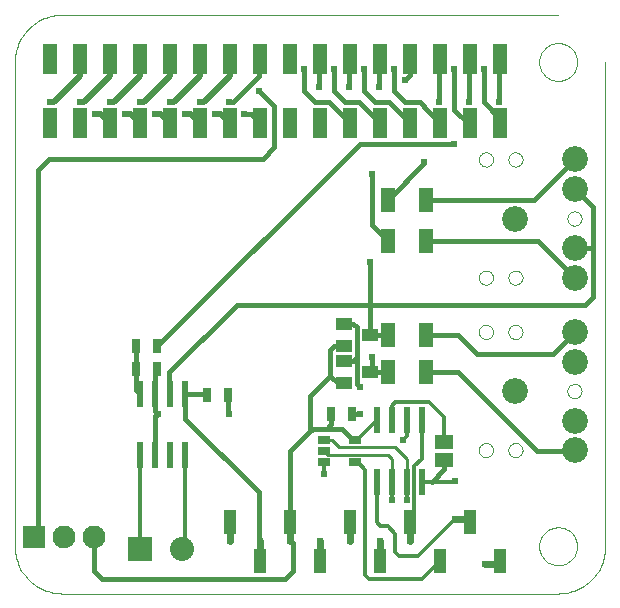
<source format=gtl>
G75*
G70*
%OFA0B0*%
%FSLAX24Y24*%
%IPPOS*%
%LPD*%
%AMOC8*
5,1,8,0,0,1.08239X$1,22.5*
%
%ADD10R,0.0500X0.1000*%
%ADD11R,0.0394X0.0787*%
%ADD12C,0.0000*%
%ADD13R,0.0390X0.0272*%
%ADD14R,0.0240X0.0870*%
%ADD15R,0.0630X0.0460*%
%ADD16C,0.0860*%
%ADD17R,0.0236X0.0866*%
%ADD18R,0.0315X0.0472*%
%ADD19R,0.0800X0.0800*%
%ADD20C,0.0800*%
%ADD21R,0.0472X0.0787*%
%ADD22R,0.0551X0.0394*%
%ADD23R,0.0760X0.0760*%
%ADD24C,0.0760*%
%ADD25C,0.0238*%
%ADD26C,0.0240*%
%ADD27C,0.0160*%
%ADD28C,0.0120*%
%ADD29C,0.0100*%
%ADD30C,0.0200*%
D10*
X006607Y016175D03*
X007607Y016175D03*
X008607Y016175D03*
X009607Y016175D03*
X010607Y016175D03*
X011607Y016175D03*
X012607Y016175D03*
X013607Y016175D03*
X014607Y016175D03*
X015607Y016175D03*
X016607Y016175D03*
X017607Y016175D03*
X018607Y016175D03*
X019607Y016175D03*
X020607Y016175D03*
X021607Y016175D03*
X021607Y018325D03*
X020607Y018325D03*
X019607Y018325D03*
X018607Y018325D03*
X017607Y018325D03*
X016607Y018325D03*
X015607Y018325D03*
X014607Y018325D03*
X013607Y018325D03*
X012607Y018325D03*
X011607Y018325D03*
X010607Y018325D03*
X009607Y018325D03*
X008607Y018325D03*
X007607Y018325D03*
X006607Y018325D03*
D11*
X012607Y002900D03*
X014607Y002900D03*
X013607Y001600D03*
X015607Y001600D03*
X017607Y001600D03*
X016607Y002900D03*
X018607Y002900D03*
X020607Y002900D03*
X019607Y001600D03*
X021607Y001600D03*
D12*
X005418Y002075D02*
X005418Y018217D01*
X005420Y018294D01*
X005426Y018371D01*
X005435Y018448D01*
X005448Y018524D01*
X005465Y018600D01*
X005486Y018674D01*
X005510Y018748D01*
X005538Y018820D01*
X005569Y018890D01*
X005604Y018959D01*
X005642Y019027D01*
X005683Y019092D01*
X005728Y019155D01*
X005776Y019216D01*
X005826Y019275D01*
X005879Y019331D01*
X005935Y019384D01*
X005994Y019434D01*
X006055Y019482D01*
X006118Y019527D01*
X006183Y019568D01*
X006251Y019606D01*
X006320Y019641D01*
X006390Y019672D01*
X006462Y019700D01*
X006536Y019724D01*
X006610Y019745D01*
X006686Y019762D01*
X006762Y019775D01*
X006839Y019784D01*
X006916Y019790D01*
X006993Y019792D01*
X006993Y019791D02*
X023528Y019791D01*
X022898Y018217D02*
X022900Y018267D01*
X022906Y018317D01*
X022916Y018366D01*
X022930Y018414D01*
X022947Y018461D01*
X022968Y018506D01*
X022993Y018550D01*
X023021Y018591D01*
X023053Y018630D01*
X023087Y018667D01*
X023124Y018701D01*
X023164Y018731D01*
X023206Y018758D01*
X023250Y018782D01*
X023296Y018803D01*
X023343Y018819D01*
X023391Y018832D01*
X023441Y018841D01*
X023490Y018846D01*
X023541Y018847D01*
X023591Y018844D01*
X023640Y018837D01*
X023689Y018826D01*
X023737Y018811D01*
X023783Y018793D01*
X023828Y018771D01*
X023871Y018745D01*
X023912Y018716D01*
X023951Y018684D01*
X023987Y018649D01*
X024019Y018611D01*
X024049Y018571D01*
X024076Y018528D01*
X024099Y018484D01*
X024118Y018438D01*
X024134Y018390D01*
X024146Y018341D01*
X024154Y018292D01*
X024158Y018242D01*
X024158Y018192D01*
X024154Y018142D01*
X024146Y018093D01*
X024134Y018044D01*
X024118Y017996D01*
X024099Y017950D01*
X024076Y017906D01*
X024049Y017863D01*
X024019Y017823D01*
X023987Y017785D01*
X023951Y017750D01*
X023912Y017718D01*
X023871Y017689D01*
X023828Y017663D01*
X023783Y017641D01*
X023737Y017623D01*
X023689Y017608D01*
X023640Y017597D01*
X023591Y017590D01*
X023541Y017587D01*
X023490Y017588D01*
X023441Y017593D01*
X023391Y017602D01*
X023343Y017615D01*
X023296Y017631D01*
X023250Y017652D01*
X023206Y017676D01*
X023164Y017703D01*
X023124Y017733D01*
X023087Y017767D01*
X023053Y017804D01*
X023021Y017843D01*
X022993Y017884D01*
X022968Y017928D01*
X022947Y017973D01*
X022930Y018020D01*
X022916Y018068D01*
X022906Y018117D01*
X022900Y018167D01*
X022898Y018217D01*
X025103Y018217D02*
X025103Y002075D01*
X022898Y002075D02*
X022900Y002125D01*
X022906Y002175D01*
X022916Y002224D01*
X022930Y002272D01*
X022947Y002319D01*
X022968Y002364D01*
X022993Y002408D01*
X023021Y002449D01*
X023053Y002488D01*
X023087Y002525D01*
X023124Y002559D01*
X023164Y002589D01*
X023206Y002616D01*
X023250Y002640D01*
X023296Y002661D01*
X023343Y002677D01*
X023391Y002690D01*
X023441Y002699D01*
X023490Y002704D01*
X023541Y002705D01*
X023591Y002702D01*
X023640Y002695D01*
X023689Y002684D01*
X023737Y002669D01*
X023783Y002651D01*
X023828Y002629D01*
X023871Y002603D01*
X023912Y002574D01*
X023951Y002542D01*
X023987Y002507D01*
X024019Y002469D01*
X024049Y002429D01*
X024076Y002386D01*
X024099Y002342D01*
X024118Y002296D01*
X024134Y002248D01*
X024146Y002199D01*
X024154Y002150D01*
X024158Y002100D01*
X024158Y002050D01*
X024154Y002000D01*
X024146Y001951D01*
X024134Y001902D01*
X024118Y001854D01*
X024099Y001808D01*
X024076Y001764D01*
X024049Y001721D01*
X024019Y001681D01*
X023987Y001643D01*
X023951Y001608D01*
X023912Y001576D01*
X023871Y001547D01*
X023828Y001521D01*
X023783Y001499D01*
X023737Y001481D01*
X023689Y001466D01*
X023640Y001455D01*
X023591Y001448D01*
X023541Y001445D01*
X023490Y001446D01*
X023441Y001451D01*
X023391Y001460D01*
X023343Y001473D01*
X023296Y001489D01*
X023250Y001510D01*
X023206Y001534D01*
X023164Y001561D01*
X023124Y001591D01*
X023087Y001625D01*
X023053Y001662D01*
X023021Y001701D01*
X022993Y001742D01*
X022968Y001786D01*
X022947Y001831D01*
X022930Y001878D01*
X022916Y001926D01*
X022906Y001975D01*
X022900Y002025D01*
X022898Y002075D01*
X023528Y000500D02*
X023605Y000502D01*
X023682Y000508D01*
X023759Y000517D01*
X023835Y000530D01*
X023911Y000547D01*
X023985Y000568D01*
X024059Y000592D01*
X024131Y000620D01*
X024201Y000651D01*
X024270Y000686D01*
X024338Y000724D01*
X024403Y000765D01*
X024466Y000810D01*
X024527Y000858D01*
X024586Y000908D01*
X024642Y000961D01*
X024695Y001017D01*
X024745Y001076D01*
X024793Y001137D01*
X024838Y001200D01*
X024879Y001265D01*
X024917Y001333D01*
X024952Y001402D01*
X024983Y001472D01*
X025011Y001544D01*
X025035Y001618D01*
X025056Y001692D01*
X025073Y001768D01*
X025086Y001844D01*
X025095Y001921D01*
X025101Y001998D01*
X025103Y002075D01*
X023528Y000500D02*
X006993Y000500D01*
X006916Y000502D01*
X006839Y000508D01*
X006762Y000517D01*
X006686Y000530D01*
X006610Y000547D01*
X006536Y000568D01*
X006462Y000592D01*
X006390Y000620D01*
X006320Y000651D01*
X006251Y000686D01*
X006183Y000724D01*
X006118Y000765D01*
X006055Y000810D01*
X005994Y000858D01*
X005935Y000908D01*
X005879Y000961D01*
X005826Y001017D01*
X005776Y001076D01*
X005728Y001137D01*
X005683Y001200D01*
X005642Y001265D01*
X005604Y001333D01*
X005569Y001402D01*
X005538Y001472D01*
X005510Y001544D01*
X005486Y001618D01*
X005465Y001692D01*
X005448Y001768D01*
X005435Y001844D01*
X005426Y001921D01*
X005420Y001998D01*
X005418Y002075D01*
X020887Y005281D02*
X020889Y005311D01*
X020895Y005341D01*
X020904Y005370D01*
X020917Y005397D01*
X020934Y005422D01*
X020953Y005445D01*
X020976Y005466D01*
X021001Y005483D01*
X021027Y005497D01*
X021056Y005507D01*
X021085Y005514D01*
X021115Y005517D01*
X021146Y005516D01*
X021176Y005511D01*
X021205Y005502D01*
X021232Y005490D01*
X021258Y005475D01*
X021282Y005456D01*
X021303Y005434D01*
X021321Y005410D01*
X021336Y005383D01*
X021347Y005355D01*
X021355Y005326D01*
X021359Y005296D01*
X021359Y005266D01*
X021355Y005236D01*
X021347Y005207D01*
X021336Y005179D01*
X021321Y005152D01*
X021303Y005128D01*
X021282Y005106D01*
X021258Y005087D01*
X021232Y005072D01*
X021205Y005060D01*
X021176Y005051D01*
X021146Y005046D01*
X021115Y005045D01*
X021085Y005048D01*
X021056Y005055D01*
X021027Y005065D01*
X021001Y005079D01*
X020976Y005096D01*
X020953Y005117D01*
X020934Y005140D01*
X020917Y005165D01*
X020904Y005192D01*
X020895Y005221D01*
X020889Y005251D01*
X020887Y005281D01*
X021871Y005281D02*
X021873Y005311D01*
X021879Y005341D01*
X021888Y005370D01*
X021901Y005397D01*
X021918Y005422D01*
X021937Y005445D01*
X021960Y005466D01*
X021985Y005483D01*
X022011Y005497D01*
X022040Y005507D01*
X022069Y005514D01*
X022099Y005517D01*
X022130Y005516D01*
X022160Y005511D01*
X022189Y005502D01*
X022216Y005490D01*
X022242Y005475D01*
X022266Y005456D01*
X022287Y005434D01*
X022305Y005410D01*
X022320Y005383D01*
X022331Y005355D01*
X022339Y005326D01*
X022343Y005296D01*
X022343Y005266D01*
X022339Y005236D01*
X022331Y005207D01*
X022320Y005179D01*
X022305Y005152D01*
X022287Y005128D01*
X022266Y005106D01*
X022242Y005087D01*
X022216Y005072D01*
X022189Y005060D01*
X022160Y005051D01*
X022130Y005046D01*
X022099Y005045D01*
X022069Y005048D01*
X022040Y005055D01*
X022011Y005065D01*
X021985Y005079D01*
X021960Y005096D01*
X021937Y005117D01*
X021918Y005140D01*
X021901Y005165D01*
X021888Y005192D01*
X021879Y005221D01*
X021873Y005251D01*
X021871Y005281D01*
X023840Y007250D02*
X023842Y007280D01*
X023848Y007310D01*
X023857Y007339D01*
X023870Y007366D01*
X023887Y007391D01*
X023906Y007414D01*
X023929Y007435D01*
X023954Y007452D01*
X023980Y007466D01*
X024009Y007476D01*
X024038Y007483D01*
X024068Y007486D01*
X024099Y007485D01*
X024129Y007480D01*
X024158Y007471D01*
X024185Y007459D01*
X024211Y007444D01*
X024235Y007425D01*
X024256Y007403D01*
X024274Y007379D01*
X024289Y007352D01*
X024300Y007324D01*
X024308Y007295D01*
X024312Y007265D01*
X024312Y007235D01*
X024308Y007205D01*
X024300Y007176D01*
X024289Y007148D01*
X024274Y007121D01*
X024256Y007097D01*
X024235Y007075D01*
X024211Y007056D01*
X024185Y007041D01*
X024158Y007029D01*
X024129Y007020D01*
X024099Y007015D01*
X024068Y007014D01*
X024038Y007017D01*
X024009Y007024D01*
X023980Y007034D01*
X023954Y007048D01*
X023929Y007065D01*
X023906Y007086D01*
X023887Y007109D01*
X023870Y007134D01*
X023857Y007161D01*
X023848Y007190D01*
X023842Y007220D01*
X023840Y007250D01*
X021871Y009219D02*
X021873Y009249D01*
X021879Y009279D01*
X021888Y009308D01*
X021901Y009335D01*
X021918Y009360D01*
X021937Y009383D01*
X021960Y009404D01*
X021985Y009421D01*
X022011Y009435D01*
X022040Y009445D01*
X022069Y009452D01*
X022099Y009455D01*
X022130Y009454D01*
X022160Y009449D01*
X022189Y009440D01*
X022216Y009428D01*
X022242Y009413D01*
X022266Y009394D01*
X022287Y009372D01*
X022305Y009348D01*
X022320Y009321D01*
X022331Y009293D01*
X022339Y009264D01*
X022343Y009234D01*
X022343Y009204D01*
X022339Y009174D01*
X022331Y009145D01*
X022320Y009117D01*
X022305Y009090D01*
X022287Y009066D01*
X022266Y009044D01*
X022242Y009025D01*
X022216Y009010D01*
X022189Y008998D01*
X022160Y008989D01*
X022130Y008984D01*
X022099Y008983D01*
X022069Y008986D01*
X022040Y008993D01*
X022011Y009003D01*
X021985Y009017D01*
X021960Y009034D01*
X021937Y009055D01*
X021918Y009078D01*
X021901Y009103D01*
X021888Y009130D01*
X021879Y009159D01*
X021873Y009189D01*
X021871Y009219D01*
X020887Y009219D02*
X020889Y009249D01*
X020895Y009279D01*
X020904Y009308D01*
X020917Y009335D01*
X020934Y009360D01*
X020953Y009383D01*
X020976Y009404D01*
X021001Y009421D01*
X021027Y009435D01*
X021056Y009445D01*
X021085Y009452D01*
X021115Y009455D01*
X021146Y009454D01*
X021176Y009449D01*
X021205Y009440D01*
X021232Y009428D01*
X021258Y009413D01*
X021282Y009394D01*
X021303Y009372D01*
X021321Y009348D01*
X021336Y009321D01*
X021347Y009293D01*
X021355Y009264D01*
X021359Y009234D01*
X021359Y009204D01*
X021355Y009174D01*
X021347Y009145D01*
X021336Y009117D01*
X021321Y009090D01*
X021303Y009066D01*
X021282Y009044D01*
X021258Y009025D01*
X021232Y009010D01*
X021205Y008998D01*
X021176Y008989D01*
X021146Y008984D01*
X021115Y008983D01*
X021085Y008986D01*
X021056Y008993D01*
X021027Y009003D01*
X021001Y009017D01*
X020976Y009034D01*
X020953Y009055D01*
X020934Y009078D01*
X020917Y009103D01*
X020904Y009130D01*
X020895Y009159D01*
X020889Y009189D01*
X020887Y009219D01*
X020887Y011031D02*
X020889Y011061D01*
X020895Y011091D01*
X020904Y011120D01*
X020917Y011147D01*
X020934Y011172D01*
X020953Y011195D01*
X020976Y011216D01*
X021001Y011233D01*
X021027Y011247D01*
X021056Y011257D01*
X021085Y011264D01*
X021115Y011267D01*
X021146Y011266D01*
X021176Y011261D01*
X021205Y011252D01*
X021232Y011240D01*
X021258Y011225D01*
X021282Y011206D01*
X021303Y011184D01*
X021321Y011160D01*
X021336Y011133D01*
X021347Y011105D01*
X021355Y011076D01*
X021359Y011046D01*
X021359Y011016D01*
X021355Y010986D01*
X021347Y010957D01*
X021336Y010929D01*
X021321Y010902D01*
X021303Y010878D01*
X021282Y010856D01*
X021258Y010837D01*
X021232Y010822D01*
X021205Y010810D01*
X021176Y010801D01*
X021146Y010796D01*
X021115Y010795D01*
X021085Y010798D01*
X021056Y010805D01*
X021027Y010815D01*
X021001Y010829D01*
X020976Y010846D01*
X020953Y010867D01*
X020934Y010890D01*
X020917Y010915D01*
X020904Y010942D01*
X020895Y010971D01*
X020889Y011001D01*
X020887Y011031D01*
X021871Y011031D02*
X021873Y011061D01*
X021879Y011091D01*
X021888Y011120D01*
X021901Y011147D01*
X021918Y011172D01*
X021937Y011195D01*
X021960Y011216D01*
X021985Y011233D01*
X022011Y011247D01*
X022040Y011257D01*
X022069Y011264D01*
X022099Y011267D01*
X022130Y011266D01*
X022160Y011261D01*
X022189Y011252D01*
X022216Y011240D01*
X022242Y011225D01*
X022266Y011206D01*
X022287Y011184D01*
X022305Y011160D01*
X022320Y011133D01*
X022331Y011105D01*
X022339Y011076D01*
X022343Y011046D01*
X022343Y011016D01*
X022339Y010986D01*
X022331Y010957D01*
X022320Y010929D01*
X022305Y010902D01*
X022287Y010878D01*
X022266Y010856D01*
X022242Y010837D01*
X022216Y010822D01*
X022189Y010810D01*
X022160Y010801D01*
X022130Y010796D01*
X022099Y010795D01*
X022069Y010798D01*
X022040Y010805D01*
X022011Y010815D01*
X021985Y010829D01*
X021960Y010846D01*
X021937Y010867D01*
X021918Y010890D01*
X021901Y010915D01*
X021888Y010942D01*
X021879Y010971D01*
X021873Y011001D01*
X021871Y011031D01*
X023840Y013000D02*
X023842Y013030D01*
X023848Y013060D01*
X023857Y013089D01*
X023870Y013116D01*
X023887Y013141D01*
X023906Y013164D01*
X023929Y013185D01*
X023954Y013202D01*
X023980Y013216D01*
X024009Y013226D01*
X024038Y013233D01*
X024068Y013236D01*
X024099Y013235D01*
X024129Y013230D01*
X024158Y013221D01*
X024185Y013209D01*
X024211Y013194D01*
X024235Y013175D01*
X024256Y013153D01*
X024274Y013129D01*
X024289Y013102D01*
X024300Y013074D01*
X024308Y013045D01*
X024312Y013015D01*
X024312Y012985D01*
X024308Y012955D01*
X024300Y012926D01*
X024289Y012898D01*
X024274Y012871D01*
X024256Y012847D01*
X024235Y012825D01*
X024211Y012806D01*
X024185Y012791D01*
X024158Y012779D01*
X024129Y012770D01*
X024099Y012765D01*
X024068Y012764D01*
X024038Y012767D01*
X024009Y012774D01*
X023980Y012784D01*
X023954Y012798D01*
X023929Y012815D01*
X023906Y012836D01*
X023887Y012859D01*
X023870Y012884D01*
X023857Y012911D01*
X023848Y012940D01*
X023842Y012970D01*
X023840Y013000D01*
X021871Y014969D02*
X021873Y014999D01*
X021879Y015029D01*
X021888Y015058D01*
X021901Y015085D01*
X021918Y015110D01*
X021937Y015133D01*
X021960Y015154D01*
X021985Y015171D01*
X022011Y015185D01*
X022040Y015195D01*
X022069Y015202D01*
X022099Y015205D01*
X022130Y015204D01*
X022160Y015199D01*
X022189Y015190D01*
X022216Y015178D01*
X022242Y015163D01*
X022266Y015144D01*
X022287Y015122D01*
X022305Y015098D01*
X022320Y015071D01*
X022331Y015043D01*
X022339Y015014D01*
X022343Y014984D01*
X022343Y014954D01*
X022339Y014924D01*
X022331Y014895D01*
X022320Y014867D01*
X022305Y014840D01*
X022287Y014816D01*
X022266Y014794D01*
X022242Y014775D01*
X022216Y014760D01*
X022189Y014748D01*
X022160Y014739D01*
X022130Y014734D01*
X022099Y014733D01*
X022069Y014736D01*
X022040Y014743D01*
X022011Y014753D01*
X021985Y014767D01*
X021960Y014784D01*
X021937Y014805D01*
X021918Y014828D01*
X021901Y014853D01*
X021888Y014880D01*
X021879Y014909D01*
X021873Y014939D01*
X021871Y014969D01*
X020887Y014969D02*
X020889Y014999D01*
X020895Y015029D01*
X020904Y015058D01*
X020917Y015085D01*
X020934Y015110D01*
X020953Y015133D01*
X020976Y015154D01*
X021001Y015171D01*
X021027Y015185D01*
X021056Y015195D01*
X021085Y015202D01*
X021115Y015205D01*
X021146Y015204D01*
X021176Y015199D01*
X021205Y015190D01*
X021232Y015178D01*
X021258Y015163D01*
X021282Y015144D01*
X021303Y015122D01*
X021321Y015098D01*
X021336Y015071D01*
X021347Y015043D01*
X021355Y015014D01*
X021359Y014984D01*
X021359Y014954D01*
X021355Y014924D01*
X021347Y014895D01*
X021336Y014867D01*
X021321Y014840D01*
X021303Y014816D01*
X021282Y014794D01*
X021258Y014775D01*
X021232Y014760D01*
X021205Y014748D01*
X021176Y014739D01*
X021146Y014734D01*
X021115Y014733D01*
X021085Y014736D01*
X021056Y014743D01*
X021027Y014753D01*
X021001Y014767D01*
X020976Y014784D01*
X020953Y014805D01*
X020934Y014828D01*
X020917Y014853D01*
X020904Y014880D01*
X020895Y014909D01*
X020889Y014939D01*
X020887Y014969D01*
D13*
X016744Y005624D03*
X016744Y004876D03*
X015724Y004876D03*
X015724Y005250D03*
X015724Y005624D03*
D14*
X017482Y006280D03*
X017982Y006280D03*
X018482Y006280D03*
X018982Y006280D03*
X018982Y004220D03*
X018482Y004220D03*
X017982Y004220D03*
X017482Y004220D03*
D15*
X019732Y004950D03*
X019732Y005550D03*
D16*
X022107Y007250D03*
X024076Y006266D03*
X024076Y005281D03*
X024076Y008234D03*
X024076Y009219D03*
X024076Y011031D03*
X024076Y012016D03*
X022107Y013000D03*
X024076Y013984D03*
X024076Y014969D03*
D17*
X011107Y007149D03*
X010607Y007149D03*
X010107Y007149D03*
X009607Y007149D03*
X009607Y005101D03*
X010107Y005101D03*
X010607Y005101D03*
X011107Y005101D03*
D18*
X011832Y007125D03*
X012541Y007125D03*
X010166Y008000D03*
X009457Y008000D03*
X009457Y008750D03*
X010166Y008750D03*
X015957Y006500D03*
X016666Y006500D03*
D19*
X009607Y002000D03*
D20*
X010985Y002000D03*
D21*
X017852Y007875D03*
X019112Y007875D03*
X019112Y009125D03*
X017852Y009125D03*
X017852Y012250D03*
X019112Y012250D03*
X019112Y013625D03*
X017852Y013625D03*
D22*
X016379Y009499D03*
X017245Y009125D03*
X016379Y008751D03*
X016379Y008249D03*
X016379Y007501D03*
X017245Y007875D03*
D23*
X006062Y002375D03*
D24*
X007062Y002375D03*
X008062Y002375D03*
D25*
X012607Y002250D03*
X013607Y002250D03*
X014607Y002250D03*
X015607Y002250D03*
X016607Y002250D03*
X017607Y002250D03*
X018607Y002250D03*
X020107Y003000D03*
X018482Y003625D03*
X017982Y003625D03*
X020107Y004250D03*
X018357Y005625D03*
X016937Y006500D03*
X016937Y007375D03*
X017312Y008375D03*
X017245Y011567D03*
X017312Y014500D03*
X019062Y014875D03*
X020062Y015500D03*
X020562Y016875D03*
X019562Y016875D03*
X018437Y017625D03*
X018062Y018000D03*
X017562Y017375D03*
X017062Y018000D03*
X016562Y017375D03*
X016062Y018000D03*
X015562Y017375D03*
X015062Y018000D03*
X013562Y017250D03*
X013062Y016500D03*
X012562Y016875D03*
X012107Y016500D03*
X011607Y016875D03*
X011107Y016500D03*
X010607Y016875D03*
X010107Y016500D03*
X009607Y016875D03*
X009107Y016500D03*
X008607Y016875D03*
X008107Y016500D03*
X007607Y016875D03*
X006607Y016875D03*
X020062Y018000D03*
X021062Y018000D03*
X021562Y016875D03*
X012562Y006500D03*
X010187Y006500D03*
X015732Y004500D03*
X021107Y001500D03*
D26*
X021507Y001500D01*
X021607Y001600D01*
X020607Y002900D02*
X020507Y003000D01*
X020107Y003000D01*
X018607Y002900D02*
X018607Y002250D01*
X017607Y002250D02*
X017607Y001600D01*
X016607Y002250D02*
X016607Y002900D01*
X015607Y002250D02*
X015607Y001600D01*
X014607Y002250D02*
X014607Y002900D01*
X013607Y002250D02*
X013607Y001600D01*
X012607Y002250D02*
X012607Y002900D01*
D27*
X013562Y002295D02*
X013607Y002250D01*
X013562Y002295D01*
X013562Y003875D01*
X011107Y006330D01*
X011107Y006705D01*
X011107Y007149D01*
X011809Y007149D01*
X011832Y007125D01*
X012541Y007125D02*
X012541Y006521D01*
X012562Y006500D01*
X010607Y007149D02*
X010562Y007194D01*
X010562Y007875D01*
X012812Y010125D01*
X024437Y010125D01*
X024687Y010375D01*
X024687Y012000D01*
X024671Y012016D01*
X024076Y012016D01*
X024687Y012000D02*
X024687Y013375D01*
X024078Y013984D01*
X024076Y013984D01*
X024076Y014969D02*
X022732Y013625D01*
X019112Y013625D01*
X019062Y014835D02*
X017852Y013625D01*
X017312Y012790D02*
X017852Y012250D01*
X017312Y012790D02*
X017312Y014500D01*
X016916Y015500D02*
X010166Y008750D01*
X009457Y008750D02*
X009457Y008000D01*
X009457Y007298D01*
X009607Y007149D01*
X010107Y007149D02*
X010107Y007941D01*
X010166Y008000D01*
X010107Y007149D02*
X010107Y006580D01*
X010187Y006500D01*
X010107Y006420D01*
X010107Y005101D01*
X010562Y007103D02*
X010607Y007149D01*
X010562Y007194D01*
X010607Y007149D01*
X014607Y005250D02*
X015272Y005915D01*
X015272Y007085D01*
X015937Y007750D01*
X015937Y008625D01*
X016062Y008750D01*
X016378Y008750D01*
X016379Y008751D01*
X016812Y008375D02*
X016812Y007500D01*
X016937Y007375D01*
X016379Y007501D02*
X016186Y007501D01*
X015937Y007750D01*
X016379Y008249D02*
X016686Y008249D01*
X016812Y008375D01*
X016812Y009375D01*
X016687Y009500D01*
X016380Y009500D01*
X016379Y009499D01*
X017245Y009125D02*
X017245Y011000D01*
X017245Y011567D01*
X017245Y011000D01*
X019112Y012250D02*
X022857Y012250D01*
X024076Y011031D01*
X024076Y009219D02*
X023357Y008500D01*
X020812Y008500D01*
X020187Y009125D01*
X019112Y009125D01*
X017852Y009125D02*
X017245Y009125D01*
X017312Y008375D02*
X017312Y007942D01*
X017245Y007875D01*
X017852Y007875D01*
X016812Y008375D02*
X016686Y008249D01*
X016666Y006500D02*
X016937Y006500D01*
X016312Y006000D02*
X015812Y006000D01*
X015957Y006146D01*
X015957Y006500D01*
X015812Y006000D02*
X015357Y006000D01*
X015272Y005915D01*
X014607Y005250D02*
X014607Y002900D01*
X014607Y002250D02*
X014687Y002170D01*
X014687Y001250D01*
X014437Y001000D01*
X008312Y001000D01*
X008062Y001250D01*
X008062Y002375D01*
X006187Y002500D02*
X006062Y002375D01*
X006187Y002500D02*
X006187Y012875D01*
X006187Y014625D01*
X006562Y015000D01*
X013687Y015000D01*
X014062Y015375D01*
X014062Y016750D01*
X013562Y017250D01*
X013562Y017750D02*
X013562Y018280D01*
X013607Y018325D01*
X013562Y017750D02*
X012687Y016875D01*
X012562Y016875D01*
X013062Y016500D02*
X013282Y016500D01*
X013607Y016175D01*
X015062Y017250D02*
X015437Y016875D01*
X015907Y016875D01*
X016607Y016175D01*
X016437Y016875D02*
X016907Y016875D01*
X017607Y016175D01*
X017437Y016875D02*
X017907Y016875D01*
X018607Y016175D01*
X019062Y016720D02*
X019607Y016175D01*
X020062Y016625D02*
X020062Y018000D01*
X020562Y018280D02*
X020607Y018325D01*
X020562Y018280D02*
X020562Y016875D01*
X020062Y016625D02*
X020512Y016175D01*
X020607Y016175D01*
X021062Y016875D02*
X021062Y018000D01*
X021562Y018280D02*
X021607Y018325D01*
X021562Y018280D02*
X021562Y016875D01*
X021062Y016875D02*
X021607Y016330D01*
X021607Y016175D01*
X020062Y015500D02*
X016916Y015500D01*
X016437Y016875D02*
X016062Y017250D01*
X016062Y018000D01*
X015607Y018325D02*
X015562Y018280D01*
X015562Y017375D01*
X015062Y017250D02*
X015062Y018000D01*
X016562Y018280D02*
X016562Y017375D01*
X017062Y017250D02*
X017437Y016875D01*
X017062Y017250D02*
X017062Y018000D01*
X017562Y018280D02*
X017607Y018325D01*
X017562Y018280D02*
X017562Y017375D01*
X018062Y017250D02*
X018437Y016875D01*
X018937Y016875D01*
X019062Y016750D01*
X019062Y016720D01*
X019562Y016875D02*
X019562Y018280D01*
X019607Y018325D01*
X018607Y018325D02*
X018607Y017795D01*
X018437Y017625D01*
X018062Y018000D02*
X018062Y017250D01*
X016607Y018325D02*
X016562Y018280D01*
X019062Y014875D02*
X019062Y014835D01*
X019112Y007875D02*
X020187Y007875D01*
X022812Y005250D01*
X024044Y005250D01*
X024076Y005281D01*
X019732Y004950D02*
X019732Y004640D01*
X019312Y004220D01*
X016744Y005624D02*
X016688Y005624D01*
X016312Y006000D01*
D28*
X016744Y005624D02*
X016826Y005624D01*
X017482Y006280D01*
X017982Y006280D02*
X017982Y006750D01*
X018107Y006875D01*
X019232Y006875D01*
X019732Y006375D01*
X019732Y005550D01*
X018982Y005000D02*
X018732Y004750D01*
X018732Y003025D01*
X018607Y002900D01*
X018107Y002500D02*
X018107Y001875D01*
X018232Y001750D01*
X018857Y001750D01*
X020107Y003000D01*
X020077Y004220D02*
X019312Y004220D01*
X018982Y004220D01*
X018482Y004220D02*
X018482Y003625D01*
X017982Y003625D02*
X017982Y004220D01*
X017482Y004220D02*
X017482Y002875D01*
X017607Y002750D01*
X017857Y002750D01*
X018107Y002500D01*
X019007Y001000D02*
X019607Y001600D01*
X019007Y001000D02*
X017232Y001000D01*
X017107Y001125D01*
X017107Y004625D01*
X016856Y004876D01*
X016744Y004876D01*
X015724Y004876D02*
X015724Y004508D01*
X015732Y004500D01*
X018357Y005625D02*
X018482Y005750D01*
X018482Y006280D01*
X018982Y006280D02*
X018982Y005000D01*
X020077Y004220D02*
X020107Y004250D01*
X015607Y001600D02*
X015607Y001250D01*
X011107Y002122D02*
X010985Y002000D01*
X011107Y002122D02*
X011107Y005101D01*
X009607Y005101D02*
X009607Y002000D01*
D29*
X015724Y005250D02*
X015849Y005125D01*
X017857Y005125D01*
X017982Y005000D01*
X017982Y004220D01*
X018482Y004220D02*
X018482Y005000D01*
X018232Y005250D01*
X018107Y005375D01*
X016232Y005375D01*
X015982Y005625D01*
X015725Y005625D01*
X015724Y005624D01*
D30*
X012607Y016175D02*
X012282Y016500D01*
X012107Y016500D01*
X011732Y016875D02*
X011607Y016875D01*
X011732Y016875D02*
X012607Y017750D01*
X012607Y018325D01*
X011607Y018325D02*
X011607Y017750D01*
X010732Y016875D01*
X010607Y016875D01*
X010282Y016500D02*
X010107Y016500D01*
X010282Y016500D02*
X010607Y016175D01*
X011107Y016500D02*
X011282Y016500D01*
X011607Y016175D01*
X010607Y017750D02*
X009732Y016875D01*
X009607Y016875D01*
X009282Y016500D02*
X009107Y016500D01*
X009282Y016500D02*
X009607Y016175D01*
X008732Y016875D02*
X009607Y017750D01*
X009607Y018325D01*
X010607Y018325D02*
X010607Y017750D01*
X008732Y016875D02*
X008607Y016875D01*
X008282Y016500D02*
X008607Y016175D01*
X008282Y016500D02*
X008107Y016500D01*
X007732Y016875D02*
X008607Y017750D01*
X008607Y018325D01*
X007607Y018325D02*
X007607Y017750D01*
X006732Y016875D01*
X006607Y016875D01*
X007607Y016875D02*
X007732Y016875D01*
M02*

</source>
